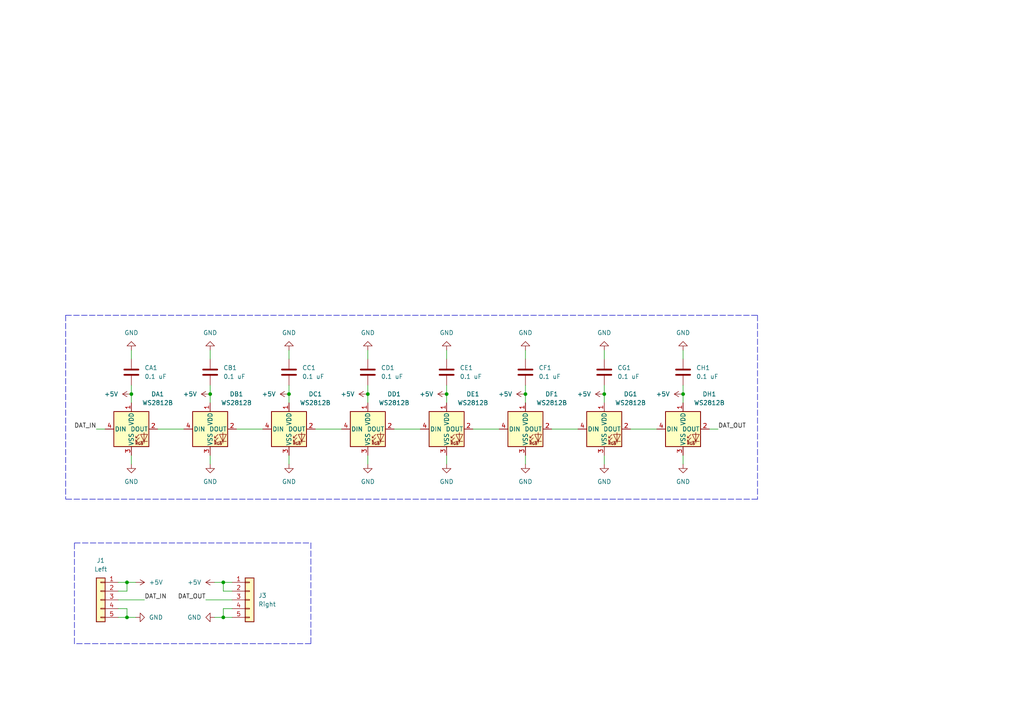
<source format=kicad_sch>
(kicad_sch (version 20211123) (generator eeschema)
  (paper "A4")
  (lib_symbols
    (symbol "Connector_Generic:Conn_01x05" (pin_names (offset 1.016) hide)
      (property "Reference" "J" (at 0 7.62 0))
      (property "Value" "Conn_01x05" (at 0 -7.62 0))
      (symbol "Conn_01x05_1_1"
        (rectangle (start -1.27 -4.953) (end 0 -5.207) (stroke (width 0.1524)))
        (rectangle (start -1.27 -2.413) (end 0 -2.667) (stroke (width 0.1524)))
        (rectangle (start -1.27 0.127) (end 0 -0.127) (stroke (width 0.1524)))
        (rectangle (start -1.27 2.667) (end 0 2.413) (stroke (width 0.1524)))
        (rectangle (start -1.27 5.207) (end 0 4.953) (stroke (width 0.1524)))
        (rectangle (start -1.27 6.35) (end 1.27 -6.35) (stroke (width 0.254)) (fill (type background)))
        (pin passive line (at -5.08 5.08 0) (length 3.81) (name "Pin_1") (number "1"))
        (pin passive line (at -5.08 2.54 0) (length 3.81) (name "Pin_2") (number "2"))
        (pin passive line (at -5.08 0 0) (length 3.81) (name "Pin_3") (number "3"))
        (pin passive line (at -5.08 -2.54 0) (length 3.81) (name "Pin_4") (number "4"))
        (pin passive line (at -5.08 -5.08 0) (length 3.81) (name "Pin_5") (number "5"))
      )
    )
    (symbol "Device:C" (pin_numbers hide) (pin_names (offset 0.254))
      (property "Reference" "C" (at 0.635 2.54 0))
      (property "Value" "C" (at 0.635 -2.54 0))
      (symbol "C_0_1"
        (polyline (pts (xy -2.032 -0.762) (xy 2.032 -0.762)) (stroke (width 0.508)))
        (polyline (pts (xy -2.032 0.762) (xy 2.032 0.762)) (stroke (width 0.508)))
      )
      (symbol "C_1_1"
        (pin passive line (at 0 3.81 270) (length 2.794) (name "~") (number "1"))
        (pin passive line (at 0 -3.81 90) (length 2.794) (name "~") (number "2"))
      )
    )
    (symbol "LED:WS2812B" (pin_names (offset 0.254))
      (property "Reference" "D" (at 5.08 5.715 0))
      (property "Value" "WS2812B" (at 1.27 -5.715 0))
      (symbol "WS2812B_0_0"
        (text "RGB" (at 2.286 -4.191 0) (effects (font (size 0.762 0.762))))
      )
      (symbol "WS2812B_0_1"
        (polyline (pts (xy 1.27 -3.556) (xy 1.778 -3.556)))
        (polyline (pts (xy 1.27 -2.54) (xy 1.778 -2.54)))
        (polyline (pts (xy 4.699 -3.556) (xy 2.667 -3.556)))
        (polyline (pts (xy 2.286 -2.54) (xy 1.27 -3.556) (xy 1.27 -3.048)))
        (polyline (pts (xy 2.286 -1.524) (xy 1.27 -2.54) (xy 1.27 -2.032)))
        (polyline (pts (xy 3.683 -1.016) (xy 3.683 -3.556) (xy 3.683 -4.064)))
        (polyline (pts (xy 4.699 -1.524) (xy 2.667 -1.524) (xy 3.683 -3.556) (xy 4.699 -1.524)))
        (rectangle (start 5.08 5.08) (end -5.08 -5.08) (stroke (width 0.254)) (fill (type background)))
      )
      (symbol "WS2812B_1_1"
        (pin power_in line (at 0 7.62 270) (length 2.54) (name "VDD") (number "1"))
        (pin output line (at 7.62 0 180) (length 2.54) (name "DOUT") (number "2"))
        (pin power_in line (at 0 -7.62 90) (length 2.54) (name "VSS") (number "3"))
        (pin input line (at -7.62 0 0) (length 2.54) (name "DIN") (number "4"))
      )
    )
    (symbol "power:+5V" (power) (pin_names (offset 0))
      (property "Value" "+5V" (at 0 3.556 0))
      (symbol "+5V_0_1"
        (polyline (pts (xy -0.762 1.27) (xy 0 2.54)))
        (polyline (pts (xy 0 0) (xy 0 2.54)))
        (polyline (pts (xy 0 2.54) (xy 0.762 1.27)))
      )
      (symbol "+5V_1_1"
        (pin power_in line (at 0 0 90) (length 0) hide (name "+5V") (number "1"))
      )
    )
    (symbol "power:GND" (power) (pin_names (offset 0))
      (property "Value" "GND" (at 0 -3.81 0))
      (symbol "GND_0_1"
        (polyline (pts (xy 0 0) (xy 0 -1.27) (xy 1.27 -1.27) (xy 0 -2.54) (xy -1.27 -1.27) (xy 0 -1.27)))
      )
      (symbol "GND_1_1"
        (pin power_in line (at 0 0 270) (length 0) hide (name "GND") (number "1"))
      )
    )
  )
  (junction (at 36.83 168.91))
  (junction (at 36.83 179.07))
  (junction (at 83.82 114.3))
  (junction (at 129.54 114.3))
  (junction (at 175.26 114.3))
  (junction (at 64.77 179.07))
  (junction (at 64.77 168.91))
  (junction (at 38.1 114.3))
  (junction (at 198.12 114.3))
  (junction (at 60.96 114.3))
  (junction (at 106.68 114.3))
  (junction (at 152.4 114.3))
  (wire (pts (xy 129.54 114.3) (xy 129.54 116.84)))
  (wire (pts (xy 198.12 132.08) (xy 198.12 134.62)))
  (wire (pts (xy 83.82 101.6) (xy 83.82 104.14)))
  (wire (pts (xy 175.26 132.08) (xy 175.26 134.62)))
  (wire (pts (xy 38.1 114.3) (xy 38.1 116.84)))
  (wire (pts (xy 152.4 101.6) (xy 152.4 104.14)))
  (wire (pts (xy 114.3 124.46) (xy 121.92 124.46)))
  (wire (pts (xy 106.68 114.3) (xy 106.68 116.84)))
  (wire (pts (xy 36.83 179.07) (xy 39.37 179.07)))
  (wire (pts (xy 36.83 176.53) (xy 36.83 179.07)))
  (wire (pts (xy 60.96 111.76) (xy 60.96 114.3)))
  (polyline (pts (xy 90.17 186.69) (xy 21.59 186.69)))
  (wire (pts (xy 129.54 132.08) (xy 129.54 134.62)))
  (wire (pts (xy 83.82 111.76) (xy 83.82 114.3)))
  (polyline (pts (xy 219.71 144.78) (xy 19.05 144.78)))
  (wire (pts (xy 34.29 179.07) (xy 36.83 179.07)))
  (wire (pts (xy 34.29 176.53) (xy 36.83 176.53)))
  (wire (pts (xy 67.31 176.53) (xy 64.77 176.53)))
  (wire (pts (xy 175.26 101.6) (xy 175.26 104.14)))
  (wire (pts (xy 60.96 132.08) (xy 60.96 134.62)))
  (wire (pts (xy 129.54 111.76) (xy 129.54 114.3)))
  (wire (pts (xy 38.1 101.6) (xy 38.1 104.14)))
  (wire (pts (xy 36.83 168.91) (xy 39.37 168.91)))
  (wire (pts (xy 67.31 171.45) (xy 64.77 171.45)))
  (polyline (pts (xy 21.59 186.69) (xy 21.59 157.48)))
  (wire (pts (xy 83.82 114.3) (xy 83.82 116.84)))
  (wire (pts (xy 175.26 114.3) (xy 175.26 116.84)))
  (wire (pts (xy 106.68 101.6) (xy 106.68 104.14)))
  (wire (pts (xy 60.96 101.6) (xy 60.96 104.14)))
  (wire (pts (xy 198.12 101.6) (xy 198.12 104.14)))
  (wire (pts (xy 152.4 114.3) (xy 152.4 116.84)))
  (wire (pts (xy 59.69 173.99) (xy 67.31 173.99)))
  (wire (pts (xy 64.77 176.53) (xy 64.77 179.07)))
  (wire (pts (xy 106.68 111.76) (xy 106.68 114.3)))
  (polyline (pts (xy 21.59 157.48) (xy 90.17 157.48)))
  (wire (pts (xy 91.44 124.46) (xy 99.06 124.46)))
  (wire (pts (xy 83.82 132.08) (xy 83.82 134.62)))
  (wire (pts (xy 34.29 168.91) (xy 36.83 168.91)))
  (wire (pts (xy 38.1 111.76) (xy 38.1 114.3)))
  (wire (pts (xy 175.26 111.76) (xy 175.26 114.3)))
  (wire (pts (xy 67.31 168.91) (xy 64.77 168.91)))
  (wire (pts (xy 45.72 124.46) (xy 53.34 124.46)))
  (wire (pts (xy 160.02 124.46) (xy 167.64 124.46)))
  (wire (pts (xy 198.12 114.3) (xy 198.12 116.84)))
  (wire (pts (xy 34.29 173.99) (xy 41.91 173.99)))
  (wire (pts (xy 152.4 132.08) (xy 152.4 134.62)))
  (polyline (pts (xy 219.71 91.44) (xy 219.71 144.78)))
  (wire (pts (xy 60.96 114.3) (xy 60.96 116.84)))
  (wire (pts (xy 198.12 111.76) (xy 198.12 114.3)))
  (wire (pts (xy 64.77 179.07) (xy 62.23 179.07)))
  (wire (pts (xy 106.68 132.08) (xy 106.68 134.62)))
  (wire (pts (xy 27.94 124.46) (xy 30.48 124.46)))
  (wire (pts (xy 38.1 132.08) (xy 38.1 134.62)))
  (wire (pts (xy 182.88 124.46) (xy 190.5 124.46)))
  (wire (pts (xy 64.77 168.91) (xy 62.23 168.91)))
  (wire (pts (xy 36.83 171.45) (xy 36.83 168.91)))
  (wire (pts (xy 64.77 171.45) (xy 64.77 168.91)))
  (wire (pts (xy 34.29 171.45) (xy 36.83 171.45)))
  (wire (pts (xy 67.31 179.07) (xy 64.77 179.07)))
  (polyline (pts (xy 19.05 91.44) (xy 219.71 91.44)))
  (polyline (pts (xy 19.05 91.44) (xy 19.05 144.78)))
  (wire (pts (xy 137.16 124.46) (xy 144.78 124.46)))
  (wire (pts (xy 129.54 101.6) (xy 129.54 104.14)))
  (polyline (pts (xy 90.17 157.48) (xy 90.17 186.69)))
  (wire (pts (xy 152.4 111.76) (xy 152.4 114.3)))
  (wire (pts (xy 205.74 124.46) (xy 208.28 124.46)))
  (wire (pts (xy 68.58 124.46) (xy 76.2 124.46)))
  (label "DAT_IN" (at 27.94 124.46 180))
  (label "DAT_OUT" (at 59.69 173.99 180))
  (label "DAT_OUT" (at 208.28 124.46 0))
  (label "DAT_IN" (at 41.91 173.99 0))
  (symbol (lib_id "power:GND") (at 83.82 101.6 180) (unit 1)
    (property "Reference" "#PWR0119" (effects hide))
    (property "Value" "GND" (at 83.82 96.52 0))
  )
  (symbol (lib_id "Device:C") (at 106.68 107.95 0) (unit 1)
    (property "Reference" "CD1" (at 110.49 106.6799 0) (effects (justify left)))
    (property "Value" "0.1 uF" (at 110.49 109.2199 0) (effects (justify left)))
    (property "Footprint" "Capacitor_SMD:C_0805_2012Metric" (effects hide))
  )
  (symbol (lib_id "power:+5V") (at 60.96 114.3 90) (unit 1)
    (property "Reference" "#PWR0109" (effects hide))
    (property "Value" "+5V" (at 57.15 114.2999 90) (effects (justify left)))
  )
  (symbol (lib_id "LED:WS2812B") (at 83.82 124.46 0) (unit 1)
    (property "Reference" "DC1" (at 91.44 114.3 0))
    (property "Value" "WS2812B" (at 91.44 116.84 0))
    (property "Footprint" "LED_SMD:LED_WS2812B_PLCC4_5.0x5.0mm_P3.2mm" (effects hide))
    (property "Datasheet" "https://cdn-shop.adafruit.com/datasheets/WS2812B.pdf" (effects hide))
  )
  (symbol (lib_id "power:GND") (at 106.68 101.6 180) (unit 1)
    (property "Reference" "#PWR0103" (effects hide))
    (property "Value" "GND" (at 106.68 96.52 0))
  )
  (symbol (lib_id "power:+5V") (at 175.26 114.3 90) (unit 1)
    (property "Reference" "#PWR0127" (effects hide))
    (property "Value" "+5V" (at 171.45 114.2999 90) (effects (justify left)))
  )
  (symbol (lib_id "Connector_Generic:Conn_01x05") (at 29.21 173.99 0) (mirror y) (unit 1)
    (property "Reference" "J1" (at 29.21 162.56 0))
    (property "Value" "Left" (at 29.21 165.1 0))
    (property "Footprint" "Connector_PinHeader_2.54mm:PinHeader_1x05_P2.54mm_Horizontal" (effects hide))
  )
  (symbol (lib_id "LED:WS2812B") (at 106.68 124.46 0) (unit 1)
    (property "Reference" "DD1" (at 114.3 114.3 0))
    (property "Value" "WS2812B" (at 114.3 116.84 0))
    (property "Footprint" "LED_SMD:LED_WS2812B_PLCC4_5.0x5.0mm_P3.2mm" (effects hide))
    (property "Datasheet" "https://cdn-shop.adafruit.com/datasheets/WS2812B.pdf" (effects hide))
  )
  (symbol (lib_id "Device:C") (at 60.96 107.95 0) (unit 1)
    (property "Reference" "CB1" (at 64.77 106.6799 0) (effects (justify left)))
    (property "Value" "0.1 uF" (at 64.77 109.2199 0) (effects (justify left)))
    (property "Footprint" "Capacitor_SMD:C_0805_2012Metric" (effects hide))
  )
  (symbol (lib_id "power:+5V") (at 38.1 114.3 90) (unit 1)
    (property "Reference" "#PWR0111" (effects hide))
    (property "Value" "+5V" (at 34.29 114.2999 90) (effects (justify left)))
  )
  (symbol (lib_id "LED:WS2812B") (at 129.54 124.46 0) (unit 1)
    (property "Reference" "DE1" (at 137.16 114.3 0))
    (property "Value" "WS2812B" (at 137.16 116.84 0))
    (property "Footprint" "LED_SMD:LED_WS2812B_PLCC4_5.0x5.0mm_P3.2mm" (effects hide))
    (property "Datasheet" "https://cdn-shop.adafruit.com/datasheets/WS2812B.pdf" (effects hide))
  )
  (symbol (lib_id "power:GND") (at 83.82 134.62 0) (unit 1)
    (property "Reference" "#PWR0117" (effects hide))
    (property "Value" "GND" (at 83.82 139.7 0))
  )
  (symbol (lib_id "power:GND") (at 175.26 101.6 180) (unit 1)
    (property "Reference" "#PWR0126" (effects hide))
    (property "Value" "GND" (at 175.26 96.52 0))
  )
  (symbol (lib_id "LED:WS2812B") (at 198.12 124.46 0) (unit 1)
    (property "Reference" "DH1" (at 205.74 114.3 0))
    (property "Value" "WS2812B" (at 205.74 116.84 0))
    (property "Footprint" "LED_SMD:LED_WS2812B_PLCC4_5.0x5.0mm_P3.2mm" (effects hide))
    (property "Datasheet" "https://cdn-shop.adafruit.com/datasheets/WS2812B.pdf" (effects hide))
  )
  (symbol (lib_id "power:+5V") (at 129.54 114.3 90) (unit 1)
    (property "Reference" "#PWR0108" (effects hide))
    (property "Value" "+5V" (at 125.73 114.2999 90) (effects (justify left)))
  )
  (symbol (lib_id "power:GND") (at 60.96 101.6 180) (unit 1)
    (property "Reference" "#PWR0122" (effects hide))
    (property "Value" "GND" (at 60.96 96.52 0))
  )
  (symbol (lib_id "power:+5V") (at 106.68 114.3 90) (unit 1)
    (property "Reference" "#PWR0120" (effects hide))
    (property "Value" "+5V" (at 102.87 114.2999 90) (effects (justify left)))
  )
  (symbol (lib_id "power:GND") (at 152.4 101.6 180) (unit 1)
    (property "Reference" "#PWR0101" (effects hide))
    (property "Value" "GND" (at 152.4 96.52 0))
  )
  (symbol (lib_id "Connector_Generic:Conn_01x05") (at 72.39 173.99 0) (unit 1)
    (property "Reference" "J3" (at 74.93 172.7199 0) (effects (justify left)))
    (property "Value" "Right" (at 74.93 175.2599 0) (effects (justify left)))
    (property "Footprint" "Connector_PinHeader_2.54mm:PinHeader_1x05_P2.54mm_Horizontal" (effects hide))
  )
  (symbol (lib_id "power:GND") (at 175.26 134.62 0) (unit 1)
    (property "Reference" "#PWR0128" (effects hide))
    (property "Value" "GND" (at 175.26 139.7 0))
  )
  (symbol (lib_id "Device:C") (at 152.4 107.95 0) (unit 1)
    (property "Reference" "CF1" (at 156.21 106.6799 0) (effects (justify left)))
    (property "Value" "0.1 uF" (at 156.21 109.2199 0) (effects (justify left)))
    (property "Footprint" "Capacitor_SMD:C_0805_2012Metric" (effects hide))
  )
  (symbol (lib_id "power:+5V") (at 83.82 114.3 90) (unit 1)
    (property "Reference" "#PWR0112" (effects hide))
    (property "Value" "+5V" (at 80.01 114.2999 90) (effects (justify left)))
  )
  (symbol (lib_id "LED:WS2812B") (at 60.96 124.46 0) (unit 1)
    (property "Reference" "DB1" (at 68.58 114.3 0))
    (property "Value" "WS2812B" (at 68.58 116.84 0))
    (property "Footprint" "LED_SMD:LED_WS2812B_PLCC4_5.0x5.0mm_P3.2mm" (effects hide))
    (property "Datasheet" "https://cdn-shop.adafruit.com/datasheets/WS2812B.pdf" (effects hide))
  )
  (symbol (lib_id "power:GND") (at 152.4 134.62 0) (unit 1)
    (property "Reference" "#PWR0107" (effects hide))
    (property "Value" "GND" (at 152.4 139.7 0))
  )
  (symbol (lib_id "Device:C") (at 129.54 107.95 0) (unit 1)
    (property "Reference" "CE1" (at 133.35 106.6799 0) (effects (justify left)))
    (property "Value" "0.1 uF" (at 133.35 109.2199 0) (effects (justify left)))
    (property "Footprint" "Capacitor_SMD:C_0805_2012Metric" (effects hide))
  )
  (symbol (lib_id "power:GND") (at 38.1 134.62 0) (unit 1)
    (property "Reference" "#PWR0116" (effects hide))
    (property "Value" "GND" (at 38.1 139.7 0))
  )
  (symbol (lib_id "LED:WS2812B") (at 175.26 124.46 0) (unit 1)
    (property "Reference" "DG1" (at 182.88 114.3 0))
    (property "Value" "WS2812B" (at 182.88 116.84 0))
    (property "Footprint" "LED_SMD:LED_WS2812B_PLCC4_5.0x5.0mm_P3.2mm" (effects hide))
    (property "Datasheet" "https://cdn-shop.adafruit.com/datasheets/WS2812B.pdf" (effects hide))
  )
  (symbol (lib_id "power:GND") (at 38.1 101.6 180) (unit 1)
    (property "Reference" "#PWR0121" (effects hide))
    (property "Value" "GND" (at 38.1 96.52 0))
  )
  (symbol (lib_id "Device:C") (at 175.26 107.95 0) (unit 1)
    (property "Reference" "CG1" (at 179.07 106.6799 0) (effects (justify left)))
    (property "Value" "0.1 uF" (at 179.07 109.2199 0) (effects (justify left)))
    (property "Footprint" "Capacitor_SMD:C_0805_2012Metric" (effects hide))
  )
  (symbol (lib_id "LED:WS2812B") (at 152.4 124.46 0) (unit 1)
    (property "Reference" "DF1" (at 160.02 114.3 0))
    (property "Value" "WS2812B" (at 160.02 116.84 0))
    (property "Footprint" "LED_SMD:LED_WS2812B_PLCC4_5.0x5.0mm_P3.2mm" (effects hide))
    (property "Datasheet" "https://cdn-shop.adafruit.com/datasheets/WS2812B.pdf" (effects hide))
  )
  (symbol (lib_id "power:+5V") (at 198.12 114.3 90) (unit 1)
    (property "Reference" "#PWR0124" (effects hide))
    (property "Value" "+5V" (at 194.31 114.2999 90) (effects (justify left)))
  )
  (symbol (lib_id "power:+5V") (at 39.37 168.91 270) (unit 1)
    (property "Reference" "#PWR0113" (effects hide))
    (property "Value" "+5V" (at 43.18 168.9099 90) (effects (justify left)))
  )
  (symbol (lib_id "power:+5V") (at 62.23 168.91 90) (mirror x) (unit 1)
    (property "Reference" "#PWR0118" (effects hide))
    (property "Value" "+5V" (at 58.42 168.9099 90) (effects (justify left)))
  )
  (symbol (lib_id "LED:WS2812B") (at 38.1 124.46 0) (unit 1)
    (property "Reference" "DA1" (at 45.72 114.3 0))
    (property "Value" "WS2812B" (at 45.72 116.84 0))
    (property "Footprint" "LED_SMD:LED_WS2812B_PLCC4_5.0x5.0mm_P3.2mm" (effects hide))
    (property "Datasheet" "https://cdn-shop.adafruit.com/datasheets/WS2812B.pdf" (effects hide))
  )
  (symbol (lib_id "power:+5V") (at 152.4 114.3 90) (unit 1)
    (property "Reference" "#PWR0102" (effects hide))
    (property "Value" "+5V" (at 148.59 114.2999 90) (effects (justify left)))
  )
  (symbol (lib_id "power:GND") (at 60.96 134.62 0) (unit 1)
    (property "Reference" "#PWR0110" (effects hide))
    (property "Value" "GND" (at 60.96 139.7 0))
  )
  (symbol (lib_id "power:GND") (at 62.23 179.07 270) (mirror x) (unit 1)
    (property "Reference" "#PWR0115" (effects hide))
    (property "Value" "GND" (at 58.42 179.0699 90) (effects (justify right)))
  )
  (symbol (lib_id "power:GND") (at 198.12 134.62 0) (unit 1)
    (property "Reference" "#PWR0125" (effects hide))
    (property "Value" "GND" (at 198.12 139.7 0))
  )
  (symbol (lib_id "Device:C") (at 83.82 107.95 0) (unit 1)
    (property "Reference" "CC1" (at 87.63 106.6799 0) (effects (justify left)))
    (property "Value" "0.1 uF" (at 87.63 109.2199 0) (effects (justify left)))
    (property "Footprint" "Capacitor_SMD:C_0805_2012Metric" (effects hide))
  )
  (symbol (lib_id "power:GND") (at 129.54 101.6 180) (unit 1)
    (property "Reference" "#PWR0104" (effects hide))
    (property "Value" "GND" (at 129.54 96.52 0))
  )
  (symbol (lib_id "Device:C") (at 38.1 107.95 0) (unit 1)
    (property "Reference" "CA1" (at 41.91 106.6799 0) (effects (justify left)))
    (property "Value" "0.1 uF" (at 41.91 109.2199 0) (effects (justify left)))
    (property "Footprint" "Capacitor_SMD:C_0805_2012Metric" (effects hide))
  )
  (symbol (lib_id "power:GND") (at 198.12 101.6 180) (unit 1)
    (property "Reference" "#PWR0123" (effects hide))
    (property "Value" "GND" (at 198.12 96.52 0))
  )
  (symbol (lib_id "Device:C") (at 198.12 107.95 0) (unit 1)
    (property "Reference" "CH1" (at 201.93 106.6799 0) (effects (justify left)))
    (property "Value" "0.1 uF" (at 201.93 109.2199 0) (effects (justify left)))
    (property "Footprint" "Capacitor_SMD:C_0805_2012Metric" (effects hide))
  )
  (symbol (lib_id "power:GND") (at 129.54 134.62 0) (unit 1)
    (property "Reference" "#PWR0106" (effects hide))
    (property "Value" "GND" (at 129.54 139.7 0))
  )
  (symbol (lib_id "power:GND") (at 106.68 134.62 0) (unit 1)
    (property "Reference" "#PWR0105" (effects hide))
    (property "Value" "GND" (at 106.68 139.7 0))
  )
  (symbol (lib_id "power:GND") (at 39.37 179.07 90) (unit 1)
    (property "Reference" "#PWR0114" (effects hide))
    (property "Value" "GND" (at 43.18 179.0699 90) (effects (justify right)))
  )
)
</source>
